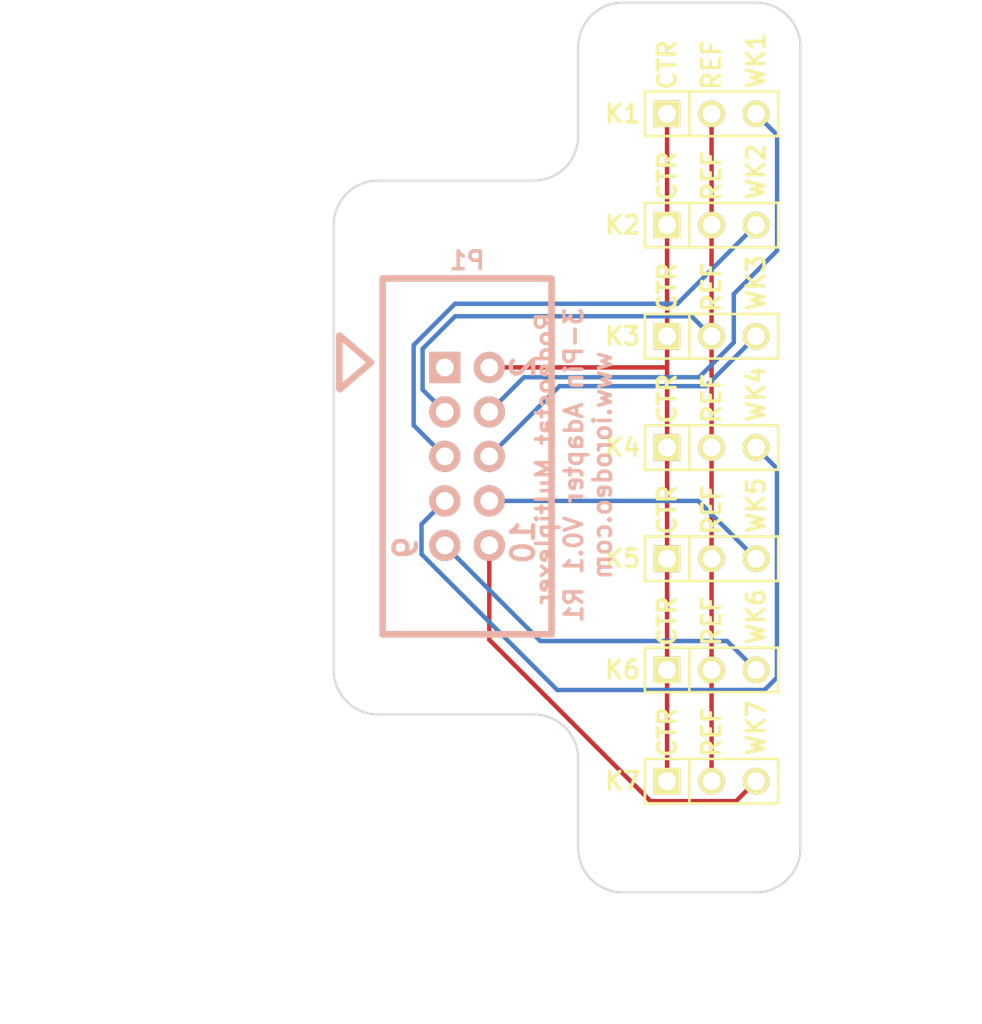
<source format=kicad_pcb>
(kicad_pcb (version 3) (host pcbnew "(2013-jul-07)-stable")

  (general
    (links 21)
    (no_connects 0)
    (area 32.334288 50.736499 90.855713 101.663501)
    (thickness 1.6)
    (drawings 42)
    (tracks 50)
    (zones 0)
    (modules 8)
    (nets 10)
  )

  (page A3)
  (layers
    (15 F.Cu signal)
    (0 B.Cu signal)
    (16 B.Adhes user)
    (17 F.Adhes user)
    (18 B.Paste user)
    (19 F.Paste user)
    (20 B.SilkS user)
    (21 F.SilkS user)
    (22 B.Mask user)
    (23 F.Mask user)
    (24 Dwgs.User user)
    (25 Cmts.User user)
    (26 Eco1.User user)
    (27 Eco2.User user)
    (28 Edge.Cuts user)
  )

  (setup
    (last_trace_width 0.254)
    (trace_clearance 0.254)
    (zone_clearance 0.508)
    (zone_45_only no)
    (trace_min 0.254)
    (segment_width 0.2)
    (edge_width 0.127)
    (via_size 0.889)
    (via_drill 0.635)
    (via_min_size 0.889)
    (via_min_drill 0.508)
    (uvia_size 0.508)
    (uvia_drill 0.127)
    (uvias_allowed no)
    (uvia_min_size 0.508)
    (uvia_min_drill 0.127)
    (pcb_text_width 0.2032)
    (pcb_text_size 1.016 1.016)
    (mod_edge_width 0.15)
    (mod_text_size 1 1)
    (mod_text_width 0.15)
    (pad_size 1.5 1.5)
    (pad_drill 0.6)
    (pad_to_mask_clearance 0)
    (aux_axis_origin 0 0)
    (visible_elements FFFFFFBF)
    (pcbplotparams
      (layerselection 284196865)
      (usegerberextensions true)
      (excludeedgelayer true)
      (linewidth 0.150000)
      (plotframeref false)
      (viasonmask false)
      (mode 1)
      (useauxorigin false)
      (hpglpennumber 1)
      (hpglpenspeed 20)
      (hpglpendiameter 15)
      (hpglpenoverlay 2)
      (psnegative false)
      (psa4output false)
      (plotreference true)
      (plotvalue true)
      (plotothertext true)
      (plotinvisibletext false)
      (padsonsilk false)
      (subtractmaskfromsilk false)
      (outputformat 1)
      (mirror false)
      (drillshape 0)
      (scaleselection 1)
      (outputdirectory gerber_v0p1/))
  )

  (net 0 "")
  (net 1 /CTR_SW)
  (net 2 /REF_SW)
  (net 3 /WRK_1)
  (net 4 /WRK_2)
  (net 5 /WRK_3)
  (net 6 /WRK_4)
  (net 7 /WRK_5)
  (net 8 /WRK_6)
  (net 9 /WRK_7)

  (net_class Default "This is the default net class."
    (clearance 0.254)
    (trace_width 0.254)
    (via_dia 0.889)
    (via_drill 0.635)
    (uvia_dia 0.508)
    (uvia_drill 0.127)
    (add_net "")
    (add_net /CTR_SW)
    (add_net /REF_SW)
    (add_net /WRK_1)
    (add_net /WRK_2)
    (add_net /WRK_3)
    (add_net /WRK_4)
    (add_net /WRK_5)
    (add_net /WRK_6)
    (add_net /WRK_7)
  )

  (module 5X2_SHRD_HEADER_FEMALE (layer B.Cu) (tedit 5C3EADAB) (tstamp 5C3EABFB)
    (at 58.42 76.2 90)
    (path /5C3EA35D)
    (fp_text reference P1 (at 10.668 0 180) (layer B.SilkS)
      (effects (font (size 1.016 1.016) (thickness 0.2032)) (justify mirror))
    )
    (fp_text value CONN_5X2 (at -5.842 -6.604 90) (layer B.SilkS) hide
      (effects (font (size 1.524 1.524) (thickness 0.3048)) (justify mirror))
    )
    (fp_line (start 9.652 4.826) (end -10.668 4.826) (layer B.SilkS) (width 0.381))
    (fp_line (start -10.668 4.826) (end -10.668 -4.826) (layer B.SilkS) (width 0.381))
    (fp_line (start -10.668 -4.826) (end 9.652 -4.826) (layer B.SilkS) (width 0.381))
    (fp_line (start 9.652 -4.826) (end 9.652 4.826) (layer B.SilkS) (width 0.381))
    (fp_line (start 6.39318 -7.29996) (end 3.3909 -7.29996) (layer B.SilkS) (width 0.381))
    (fp_text user 10 (at -5.40766 3.2004 90) (layer B.SilkS)
      (effects (font (size 1.27 1.27) (thickness 0.254)) (justify mirror))
    )
    (fp_text user 9 (at -5.70738 -3.50012 90) (layer B.SilkS)
      (effects (font (size 1.27 1.27) (thickness 0.254)) (justify mirror))
    )
    (fp_text user 2 (at 4.59232 3.2004 90) (layer B.SilkS)
      (effects (font (size 1.27 1.27) (thickness 0.254)) (justify mirror))
    )
    (fp_line (start 4.85648 -5.48894) (end 6.38048 -7.26694) (layer B.SilkS) (width 0.381))
    (fp_line (start 3.33248 -7.2644) (end 4.85648 -5.4864) (layer B.SilkS) (width 0.381))
    (pad 1 thru_hole rect (at 4.572 -1.27 270) (size 1.778 1.778) (drill 1.016)
      (layers *.Cu *.Mask B.SilkS)
    )
    (pad 2 thru_hole circle (at 4.572 1.27 270) (size 1.778 1.778) (drill 1.016)
      (layers *.Cu *.Mask B.SilkS)
      (net 1 /CTR_SW)
    )
    (pad 3 thru_hole circle (at 2.032 -1.27 270) (size 1.778 1.778) (drill 1.016)
      (layers *.Cu *.Mask B.SilkS)
      (net 2 /REF_SW)
    )
    (pad 4 thru_hole circle (at 2.032 1.27 270) (size 1.778 1.778) (drill 1.016)
      (layers *.Cu *.Mask B.SilkS)
      (net 3 /WRK_1)
    )
    (pad 5 thru_hole circle (at -0.508 -1.27 270) (size 1.778 1.778) (drill 1.016)
      (layers *.Cu *.Mask B.SilkS)
      (net 4 /WRK_2)
    )
    (pad 6 thru_hole circle (at -0.508 1.27 270) (size 1.778 1.778) (drill 1.016)
      (layers *.Cu *.Mask B.SilkS)
      (net 5 /WRK_3)
    )
    (pad 7 thru_hole circle (at -3.048 -1.27 270) (size 1.778 1.778) (drill 1.016)
      (layers *.Cu *.Mask B.SilkS)
      (net 6 /WRK_4)
    )
    (pad 8 thru_hole circle (at -3.048 1.27 270) (size 1.778 1.778) (drill 1.016)
      (layers *.Cu *.Mask B.SilkS)
      (net 7 /WRK_5)
    )
    (pad 9 thru_hole circle (at -5.588 -1.27 270) (size 1.778 1.778) (drill 1.016)
      (layers *.Cu *.Mask B.SilkS)
      (net 8 /WRK_6)
    )
    (pad 10 thru_hole circle (at -5.588 1.27 270) (size 1.778 1.778) (drill 1.016)
      (layers *.Cu *.Mask B.SilkS)
      (net 9 /WRK_7)
    )
  )

  (module PIN_ARRAY_3X1 (layer F.Cu) (tedit 5C412BC4) (tstamp 5C412A8D)
    (at 72.39 57.15)
    (descr "Connecteur 3 pins")
    (tags "CONN DEV")
    (path /5C4127DC)
    (fp_text reference K1 (at -5.08 0) (layer F.SilkS)
      (effects (font (size 1.016 1.016) (thickness 0.2032)))
    )
    (fp_text value CONN_3 (at 0 -2.159) (layer F.SilkS) hide
      (effects (font (size 1.016 1.016) (thickness 0.1524)))
    )
    (fp_line (start -3.81 1.27) (end -3.81 -1.27) (layer F.SilkS) (width 0.1524))
    (fp_line (start -3.81 -1.27) (end 3.81 -1.27) (layer F.SilkS) (width 0.1524))
    (fp_line (start 3.81 -1.27) (end 3.81 1.27) (layer F.SilkS) (width 0.1524))
    (fp_line (start 3.81 1.27) (end -3.81 1.27) (layer F.SilkS) (width 0.1524))
    (fp_line (start -1.27 -1.27) (end -1.27 1.27) (layer F.SilkS) (width 0.1524))
    (pad 1 thru_hole rect (at -2.54 0) (size 1.524 1.524) (drill 1.016)
      (layers *.Cu *.Mask F.SilkS)
      (net 1 /CTR_SW)
    )
    (pad 2 thru_hole circle (at 0 0) (size 1.524 1.524) (drill 1.016)
      (layers *.Cu *.Mask F.SilkS)
      (net 2 /REF_SW)
    )
    (pad 3 thru_hole circle (at 2.54 0) (size 1.524 1.524) (drill 1.016)
      (layers *.Cu *.Mask F.SilkS)
      (net 3 /WRK_1)
    )
    (model pin_array/pins_array_3x1.wrl
      (at (xyz 0 0 0))
      (scale (xyz 1 1 1))
      (rotate (xyz 0 0 0))
    )
  )

  (module PIN_ARRAY_3X1 (layer F.Cu) (tedit 5C412BCF) (tstamp 5C412A99)
    (at 72.39 63.5)
    (descr "Connecteur 3 pins")
    (tags "CONN DEV")
    (path /5C4128F5)
    (fp_text reference K2 (at -5.08 0) (layer F.SilkS)
      (effects (font (size 1.016 1.016) (thickness 0.2032)))
    )
    (fp_text value CONN_3 (at 0 -2.159) (layer F.SilkS) hide
      (effects (font (size 1.016 1.016) (thickness 0.1524)))
    )
    (fp_line (start -3.81 1.27) (end -3.81 -1.27) (layer F.SilkS) (width 0.1524))
    (fp_line (start -3.81 -1.27) (end 3.81 -1.27) (layer F.SilkS) (width 0.1524))
    (fp_line (start 3.81 -1.27) (end 3.81 1.27) (layer F.SilkS) (width 0.1524))
    (fp_line (start 3.81 1.27) (end -3.81 1.27) (layer F.SilkS) (width 0.1524))
    (fp_line (start -1.27 -1.27) (end -1.27 1.27) (layer F.SilkS) (width 0.1524))
    (pad 1 thru_hole rect (at -2.54 0) (size 1.524 1.524) (drill 1.016)
      (layers *.Cu *.Mask F.SilkS)
      (net 1 /CTR_SW)
    )
    (pad 2 thru_hole circle (at 0 0) (size 1.524 1.524) (drill 1.016)
      (layers *.Cu *.Mask F.SilkS)
      (net 2 /REF_SW)
    )
    (pad 3 thru_hole circle (at 2.54 0) (size 1.524 1.524) (drill 1.016)
      (layers *.Cu *.Mask F.SilkS)
      (net 4 /WRK_2)
    )
    (model pin_array/pins_array_3x1.wrl
      (at (xyz 0 0 0))
      (scale (xyz 1 1 1))
      (rotate (xyz 0 0 0))
    )
  )

  (module PIN_ARRAY_3X1 (layer F.Cu) (tedit 5C412BDF) (tstamp 5C412AA5)
    (at 72.39 69.85)
    (descr "Connecteur 3 pins")
    (tags "CONN DEV")
    (path /5C412901)
    (fp_text reference K3 (at -5.08 0) (layer F.SilkS)
      (effects (font (size 1.016 1.016) (thickness 0.2032)))
    )
    (fp_text value CONN_3 (at 0 -2.159) (layer F.SilkS) hide
      (effects (font (size 1.016 1.016) (thickness 0.1524)))
    )
    (fp_line (start -3.81 1.27) (end -3.81 -1.27) (layer F.SilkS) (width 0.1524))
    (fp_line (start -3.81 -1.27) (end 3.81 -1.27) (layer F.SilkS) (width 0.1524))
    (fp_line (start 3.81 -1.27) (end 3.81 1.27) (layer F.SilkS) (width 0.1524))
    (fp_line (start 3.81 1.27) (end -3.81 1.27) (layer F.SilkS) (width 0.1524))
    (fp_line (start -1.27 -1.27) (end -1.27 1.27) (layer F.SilkS) (width 0.1524))
    (pad 1 thru_hole rect (at -2.54 0) (size 1.524 1.524) (drill 1.016)
      (layers *.Cu *.Mask F.SilkS)
      (net 1 /CTR_SW)
    )
    (pad 2 thru_hole circle (at 0 0) (size 1.524 1.524) (drill 1.016)
      (layers *.Cu *.Mask F.SilkS)
      (net 2 /REF_SW)
    )
    (pad 3 thru_hole circle (at 2.54 0) (size 1.524 1.524) (drill 1.016)
      (layers *.Cu *.Mask F.SilkS)
      (net 5 /WRK_3)
    )
    (model pin_array/pins_array_3x1.wrl
      (at (xyz 0 0 0))
      (scale (xyz 1 1 1))
      (rotate (xyz 0 0 0))
    )
  )

  (module PIN_ARRAY_3X1 (layer F.Cu) (tedit 5C412C0D) (tstamp 5C412AB1)
    (at 72.39 76.2)
    (descr "Connecteur 3 pins")
    (tags "CONN DEV")
    (path /5C41290D)
    (fp_text reference K4 (at -5.08 0) (layer F.SilkS)
      (effects (font (size 1.016 1.016) (thickness 0.2032)))
    )
    (fp_text value CONN_3 (at 0 -2.159) (layer F.SilkS) hide
      (effects (font (size 1.016 1.016) (thickness 0.1524)))
    )
    (fp_line (start -3.81 1.27) (end -3.81 -1.27) (layer F.SilkS) (width 0.1524))
    (fp_line (start -3.81 -1.27) (end 3.81 -1.27) (layer F.SilkS) (width 0.1524))
    (fp_line (start 3.81 -1.27) (end 3.81 1.27) (layer F.SilkS) (width 0.1524))
    (fp_line (start 3.81 1.27) (end -3.81 1.27) (layer F.SilkS) (width 0.1524))
    (fp_line (start -1.27 -1.27) (end -1.27 1.27) (layer F.SilkS) (width 0.1524))
    (pad 1 thru_hole rect (at -2.54 0) (size 1.524 1.524) (drill 1.016)
      (layers *.Cu *.Mask F.SilkS)
      (net 1 /CTR_SW)
    )
    (pad 2 thru_hole circle (at 0 0) (size 1.524 1.524) (drill 1.016)
      (layers *.Cu *.Mask F.SilkS)
      (net 2 /REF_SW)
    )
    (pad 3 thru_hole circle (at 2.54 0) (size 1.524 1.524) (drill 1.016)
      (layers *.Cu *.Mask F.SilkS)
      (net 6 /WRK_4)
    )
    (model pin_array/pins_array_3x1.wrl
      (at (xyz 0 0 0))
      (scale (xyz 1 1 1))
      (rotate (xyz 0 0 0))
    )
  )

  (module PIN_ARRAY_3X1 (layer F.Cu) (tedit 5C412C17) (tstamp 5C412ABD)
    (at 72.39 82.55)
    (descr "Connecteur 3 pins")
    (tags "CONN DEV")
    (path /5C412919)
    (fp_text reference K5 (at -5.08 0) (layer F.SilkS)
      (effects (font (size 1.016 1.016) (thickness 0.2032)))
    )
    (fp_text value CONN_3 (at 0 -2.159) (layer F.SilkS) hide
      (effects (font (size 1.016 1.016) (thickness 0.1524)))
    )
    (fp_line (start -3.81 1.27) (end -3.81 -1.27) (layer F.SilkS) (width 0.1524))
    (fp_line (start -3.81 -1.27) (end 3.81 -1.27) (layer F.SilkS) (width 0.1524))
    (fp_line (start 3.81 -1.27) (end 3.81 1.27) (layer F.SilkS) (width 0.1524))
    (fp_line (start 3.81 1.27) (end -3.81 1.27) (layer F.SilkS) (width 0.1524))
    (fp_line (start -1.27 -1.27) (end -1.27 1.27) (layer F.SilkS) (width 0.1524))
    (pad 1 thru_hole rect (at -2.54 0) (size 1.524 1.524) (drill 1.016)
      (layers *.Cu *.Mask F.SilkS)
      (net 1 /CTR_SW)
    )
    (pad 2 thru_hole circle (at 0 0) (size 1.524 1.524) (drill 1.016)
      (layers *.Cu *.Mask F.SilkS)
      (net 2 /REF_SW)
    )
    (pad 3 thru_hole circle (at 2.54 0) (size 1.524 1.524) (drill 1.016)
      (layers *.Cu *.Mask F.SilkS)
      (net 7 /WRK_5)
    )
    (model pin_array/pins_array_3x1.wrl
      (at (xyz 0 0 0))
      (scale (xyz 1 1 1))
      (rotate (xyz 0 0 0))
    )
  )

  (module PIN_ARRAY_3X1 (layer F.Cu) (tedit 5C412C22) (tstamp 5C412AC9)
    (at 72.39 88.9)
    (descr "Connecteur 3 pins")
    (tags "CONN DEV")
    (path /5C412925)
    (fp_text reference K6 (at -5.08 0) (layer F.SilkS)
      (effects (font (size 1.016 1.016) (thickness 0.2032)))
    )
    (fp_text value CONN_3 (at 0 -2.159) (layer F.SilkS) hide
      (effects (font (size 1.016 1.016) (thickness 0.1524)))
    )
    (fp_line (start -3.81 1.27) (end -3.81 -1.27) (layer F.SilkS) (width 0.1524))
    (fp_line (start -3.81 -1.27) (end 3.81 -1.27) (layer F.SilkS) (width 0.1524))
    (fp_line (start 3.81 -1.27) (end 3.81 1.27) (layer F.SilkS) (width 0.1524))
    (fp_line (start 3.81 1.27) (end -3.81 1.27) (layer F.SilkS) (width 0.1524))
    (fp_line (start -1.27 -1.27) (end -1.27 1.27) (layer F.SilkS) (width 0.1524))
    (pad 1 thru_hole rect (at -2.54 0) (size 1.524 1.524) (drill 1.016)
      (layers *.Cu *.Mask F.SilkS)
      (net 1 /CTR_SW)
    )
    (pad 2 thru_hole circle (at 0 0) (size 1.524 1.524) (drill 1.016)
      (layers *.Cu *.Mask F.SilkS)
      (net 2 /REF_SW)
    )
    (pad 3 thru_hole circle (at 2.54 0) (size 1.524 1.524) (drill 1.016)
      (layers *.Cu *.Mask F.SilkS)
      (net 8 /WRK_6)
    )
    (model pin_array/pins_array_3x1.wrl
      (at (xyz 0 0 0))
      (scale (xyz 1 1 1))
      (rotate (xyz 0 0 0))
    )
  )

  (module PIN_ARRAY_3X1 (layer F.Cu) (tedit 5C412C2C) (tstamp 5C412AD5)
    (at 72.39 95.25)
    (descr "Connecteur 3 pins")
    (tags "CONN DEV")
    (path /5C412931)
    (fp_text reference K7 (at -5.08 0) (layer F.SilkS)
      (effects (font (size 1.016 1.016) (thickness 0.2032)))
    )
    (fp_text value CONN_3 (at 0 -2.159) (layer F.SilkS) hide
      (effects (font (size 1.016 1.016) (thickness 0.1524)))
    )
    (fp_line (start -3.81 1.27) (end -3.81 -1.27) (layer F.SilkS) (width 0.1524))
    (fp_line (start -3.81 -1.27) (end 3.81 -1.27) (layer F.SilkS) (width 0.1524))
    (fp_line (start 3.81 -1.27) (end 3.81 1.27) (layer F.SilkS) (width 0.1524))
    (fp_line (start 3.81 1.27) (end -3.81 1.27) (layer F.SilkS) (width 0.1524))
    (fp_line (start -1.27 -1.27) (end -1.27 1.27) (layer F.SilkS) (width 0.1524))
    (pad 1 thru_hole rect (at -2.54 0) (size 1.524 1.524) (drill 1.016)
      (layers *.Cu *.Mask F.SilkS)
      (net 1 /CTR_SW)
    )
    (pad 2 thru_hole circle (at 0 0) (size 1.524 1.524) (drill 1.016)
      (layers *.Cu *.Mask F.SilkS)
      (net 2 /REF_SW)
    )
    (pad 3 thru_hole circle (at 2.54 0) (size 1.524 1.524) (drill 1.016)
      (layers *.Cu *.Mask F.SilkS)
      (net 9 /WRK_7)
    )
    (model pin_array/pins_array_3x1.wrl
      (at (xyz 0 0 0))
      (scale (xyz 1 1 1))
      (rotate (xyz 0 0 0))
    )
  )

  (dimension 26.67 (width 0.2032) (layer Dwgs.User)
    (gr_text "1.0500 in" (at 64.135 109.372399) (layer Dwgs.User)
      (effects (font (size 1.016 1.016) (thickness 0.2032)))
    )
    (feature1 (pts (xy 77.47 88.9) (xy 77.47 110.286799)))
    (feature2 (pts (xy 50.8 88.9) (xy 50.8 110.286799)))
    (crossbar (pts (xy 50.8 108.457999) (xy 77.47 108.457999)))
    (arrow1a (pts (xy 77.47 108.457999) (xy 76.343497 109.044419)))
    (arrow1b (pts (xy 77.47 108.457999) (xy 76.343497 107.871579)))
    (arrow2a (pts (xy 50.8 108.457999) (xy 51.926503 109.044419)))
    (arrow2b (pts (xy 50.8 108.457999) (xy 51.926503 107.871579)))
  )
  (gr_text WK7 (at 74.93 92.202 90) (layer F.SilkS)
    (effects (font (size 1.016 1.016) (thickness 0.2032)))
  )
  (gr_text REF (at 72.39 86.106 90) (layer F.SilkS)
    (effects (font (size 1.016 1.016) (thickness 0.2032)))
  )
  (gr_text WK6 (at 74.93 85.852 90) (layer F.SilkS)
    (effects (font (size 1.016 1.016) (thickness 0.2032)))
  )
  (gr_text WK5 (at 74.93 79.502 90) (layer F.SilkS)
    (effects (font (size 1.016 1.016) (thickness 0.2032)))
  )
  (gr_text WK4 (at 74.93 73.152 90) (layer F.SilkS)
    (effects (font (size 1.016 1.016) (thickness 0.2032)))
  )
  (gr_text WK3 (at 74.93 66.802 90) (layer F.SilkS)
    (effects (font (size 1.016 1.016) (thickness 0.2032)))
  )
  (gr_text REF (at 72.39 92.456 90) (layer F.SilkS)
    (effects (font (size 1.016 1.016) (thickness 0.2032)))
  )
  (gr_text REF (at 72.39 79.756 90) (layer F.SilkS)
    (effects (font (size 1.016 1.016) (thickness 0.2032)))
  )
  (gr_text REF (at 72.39 73.406 90) (layer F.SilkS)
    (effects (font (size 1.016 1.016) (thickness 0.2032)))
  )
  (gr_text REF (at 72.39 67.056 90) (layer F.SilkS)
    (effects (font (size 1.016 1.016) (thickness 0.2032)))
  )
  (gr_text CTR (at 69.85 92.456 90) (layer F.SilkS)
    (effects (font (size 1.016 1.016) (thickness 0.2032)))
  )
  (gr_text CTR (at 69.85 86.106 90) (layer F.SilkS)
    (effects (font (size 1.016 1.016) (thickness 0.2032)))
  )
  (gr_text CTR (at 69.85 79.756 90) (layer F.SilkS)
    (effects (font (size 1.016 1.016) (thickness 0.2032)))
  )
  (gr_text CTR (at 69.85 73.406 90) (layer F.SilkS)
    (effects (font (size 1.016 1.016) (thickness 0.2032)))
  )
  (gr_text CTR (at 69.85 67.056 90) (layer F.SilkS)
    (effects (font (size 1.016 1.016) (thickness 0.2032)))
  )
  (gr_text WK2 (at 74.93 60.452 90) (layer F.SilkS)
    (effects (font (size 1.016 1.016) (thickness 0.2032)))
  )
  (gr_text REF (at 72.39 60.706 90) (layer F.SilkS)
    (effects (font (size 1.016 1.016) (thickness 0.2032)))
  )
  (gr_text CTR (at 69.85 60.706 90) (layer F.SilkS)
    (effects (font (size 1.016 1.016) (thickness 0.2032)))
  )
  (gr_text WK1 (at 74.93 54.102 90) (layer F.SilkS)
    (effects (font (size 1.016 1.016) (thickness 0.2032)))
  )
  (gr_text REF (at 72.39 54.356 90) (layer F.SilkS)
    (effects (font (size 1.016 1.016) (thickness 0.2032)))
  )
  (gr_text CTR (at 69.85 54.356 90) (layer F.SilkS)
    (effects (font (size 1.016 1.016) (thickness 0.2032)))
  )
  (gr_text "Rodeostat Multiplexer \n3-Pin Adapter V0.1 R1\nwww.iorodeo.com" (at 64.516 77.216 90) (layer B.SilkS)
    (effects (font (size 1.016 1.016) (thickness 0.2032)) (justify mirror))
  )
  (dimension 6.35 (width 0.3) (layer Dwgs.User)
    (gr_text "0.2500 in" (at 53.975 100.155999) (layer Dwgs.User)
      (effects (font (size 1.5 1.5) (thickness 0.3)))
    )
    (feature1 (pts (xy 50.8 71.628) (xy 50.8 101.505999)))
    (feature2 (pts (xy 57.15 71.628) (xy 57.15 101.505999)))
    (crossbar (pts (xy 57.15 98.805999) (xy 50.8 98.805999)))
    (arrow1a (pts (xy 50.8 98.805999) (xy 51.926503 98.219579)))
    (arrow1b (pts (xy 50.8 98.805999) (xy 51.926503 99.392419)))
    (arrow2a (pts (xy 57.15 98.805999) (xy 56.023497 98.219579)))
    (arrow2b (pts (xy 57.15 98.805999) (xy 56.023497 99.392419)))
  )
  (gr_line (start 64.77 93.98) (end 64.77 99.06) (angle 90) (layer Edge.Cuts) (width 0.127))
  (gr_line (start 64.77 53.34) (end 64.77 58.42) (angle 90) (layer Edge.Cuts) (width 0.127))
  (gr_line (start 53.34 60.96) (end 62.23 60.96) (angle 90) (layer Edge.Cuts) (width 0.127))
  (gr_line (start 53.34 91.44) (end 62.23 91.44) (angle 90) (layer Edge.Cuts) (width 0.127))
  (gr_line (start 50.8 63.5) (end 50.8 88.9) (angle 90) (layer Edge.Cuts) (width 0.127))
  (gr_arc (start 62.23 93.98) (end 62.23 91.44) (angle 90) (layer Edge.Cuts) (width 0.127))
  (gr_arc (start 53.34 88.9) (end 53.34 91.44) (angle 90) (layer Edge.Cuts) (width 0.127))
  (gr_arc (start 62.23 58.42) (end 64.77 58.42) (angle 90) (layer Edge.Cuts) (width 0.127))
  (gr_arc (start 53.34 63.5) (end 50.8 63.5) (angle 90) (layer Edge.Cuts) (width 0.127))
  (dimension 30.48 (width 0.3) (layer Dwgs.User)
    (gr_text "1.2000 in" (at 38.020001 76.199999 270) (layer Dwgs.User)
      (effects (font (size 1.5 1.5) (thickness 0.3)))
    )
    (feature1 (pts (xy 53.34 91.44) (xy 36.670001 91.439999)))
    (feature2 (pts (xy 53.34 60.96) (xy 36.670001 60.959999)))
    (crossbar (pts (xy 39.370001 60.959999) (xy 39.370001 91.439999)))
    (arrow1a (pts (xy 39.370001 91.439999) (xy 38.783581 90.313496)))
    (arrow1b (pts (xy 39.370001 91.439999) (xy 39.956421 90.313496)))
    (arrow2a (pts (xy 39.370001 60.959999) (xy 38.783581 62.086502)))
    (arrow2b (pts (xy 39.370001 60.959999) (xy 39.956421 62.086502)))
  )
  (gr_line (start 67.31 101.6) (end 74.93 101.6) (angle 90) (layer Edge.Cuts) (width 0.127))
  (gr_line (start 74.93 50.8) (end 67.31 50.8) (angle 90) (layer Edge.Cuts) (width 0.127))
  (gr_arc (start 67.31 99.06) (end 67.31 101.6) (angle 90) (layer Edge.Cuts) (width 0.127))
  (gr_arc (start 67.31 53.34) (end 64.77 53.34) (angle 90) (layer Edge.Cuts) (width 0.127))
  (gr_line (start 77.47 53.34) (end 77.47 99.06) (angle 90) (layer Edge.Cuts) (width 0.127))
  (dimension 50.8 (width 0.3) (layer Dwgs.User)
    (gr_text "2.0000 in" (at 85.169998 76.2 270) (layer Dwgs.User)
      (effects (font (size 1.5 1.5) (thickness 0.3)))
    )
    (feature1 (pts (xy 77.47 101.6) (xy 86.519998 101.6)))
    (feature2 (pts (xy 77.47 50.8) (xy 86.519998 50.8)))
    (crossbar (pts (xy 83.819998 50.8) (xy 83.819998 101.6)))
    (arrow1a (pts (xy 83.819998 101.6) (xy 83.233578 100.473497)))
    (arrow1b (pts (xy 83.819998 101.6) (xy 84.406418 100.473497)))
    (arrow2a (pts (xy 83.819998 50.8) (xy 83.233578 51.926503)))
    (arrow2b (pts (xy 83.819998 50.8) (xy 84.406418 51.926503)))
  )
  (gr_arc (start 74.93 99.06) (end 77.47 99.06) (angle 90) (layer Edge.Cuts) (width 0.127))
  (gr_arc (start 74.93 53.34) (end 74.93 50.8) (angle 90) (layer Edge.Cuts) (width 0.127))

  (segment (start 69.85 95.25) (end 69.85 88.9) (width 0.254) (layer F.Cu) (net 1))
  (segment (start 69.85 88.9) (end 69.85 82.55) (width 0.254) (layer F.Cu) (net 1))
  (segment (start 69.85 82.55) (end 69.85 76.2) (width 0.254) (layer F.Cu) (net 1))
  (segment (start 69.85 63.5) (end 69.85 57.15) (width 0.254) (layer F.Cu) (net 1))
  (segment (start 69.85 69.85) (end 69.85 63.5) (width 0.254) (layer F.Cu) (net 1))
  (segment (start 69.85 71.628) (end 59.69 71.628) (width 0.254) (layer F.Cu) (net 1))
  (segment (start 69.85 76.2) (end 69.85 71.628) (width 0.254) (layer F.Cu) (net 1))
  (segment (start 69.85 71.628) (end 69.85 69.85) (width 0.254) (layer F.Cu) (net 1))
  (segment (start 72.39 95.25) (end 72.39 88.9) (width 0.254) (layer F.Cu) (net 2))
  (segment (start 72.39 88.9) (end 72.39 82.55) (width 0.254) (layer F.Cu) (net 2))
  (segment (start 72.39 82.55) (end 72.39 76.2) (width 0.254) (layer F.Cu) (net 2))
  (segment (start 72.39 76.2) (end 72.39 69.85) (width 0.254) (layer F.Cu) (net 2))
  (segment (start 72.39 69.85) (end 72.39 63.5) (width 0.254) (layer F.Cu) (net 2))
  (segment (start 72.39 63.5) (end 72.39 57.15) (width 0.254) (layer F.Cu) (net 2))
  (segment (start 55.8796 72.8976) (end 57.15 74.168) (width 0.254) (layer B.Cu) (net 2))
  (segment (start 55.8796 70.567) (end 55.8796 72.8976) (width 0.254) (layer B.Cu) (net 2))
  (segment (start 57.7399 68.7067) (end 55.8796 70.567) (width 0.254) (layer B.Cu) (net 2))
  (segment (start 71.2467 68.7067) (end 57.7399 68.7067) (width 0.254) (layer B.Cu) (net 2))
  (segment (start 72.39 69.85) (end 71.2467 68.7067) (width 0.254) (layer B.Cu) (net 2))
  (segment (start 61.669 72.189) (end 59.69 74.168) (width 0.254) (layer B.Cu) (net 3))
  (segment (start 71.6789 72.189) (end 61.669 72.189) (width 0.254) (layer B.Cu) (net 3))
  (segment (start 73.66 70.2079) (end 71.6789 72.189) (width 0.254) (layer B.Cu) (net 3))
  (segment (start 73.66 67.4354) (end 73.66 70.2079) (width 0.254) (layer B.Cu) (net 3))
  (segment (start 76.1344 64.961) (end 73.66 67.4354) (width 0.254) (layer B.Cu) (net 3))
  (segment (start 76.1344 58.3544) (end 76.1344 64.961) (width 0.254) (layer B.Cu) (net 3))
  (segment (start 74.93 57.15) (end 76.1344 58.3544) (width 0.254) (layer B.Cu) (net 3))
  (segment (start 55.3699 74.9279) (end 57.15 76.708) (width 0.254) (layer B.Cu) (net 4))
  (segment (start 55.3699 70.3536) (end 55.3699 74.9279) (width 0.254) (layer B.Cu) (net 4))
  (segment (start 57.7301 67.9934) (end 55.3699 70.3536) (width 0.254) (layer B.Cu) (net 4))
  (segment (start 70.4366 67.9934) (end 57.7301 67.9934) (width 0.254) (layer B.Cu) (net 4))
  (segment (start 74.93 63.5) (end 70.4366 67.9934) (width 0.254) (layer B.Cu) (net 4))
  (segment (start 63.7006 72.6974) (end 59.69 76.708) (width 0.254) (layer B.Cu) (net 5))
  (segment (start 72.0826 72.6974) (end 63.7006 72.6974) (width 0.254) (layer B.Cu) (net 5))
  (segment (start 74.93 69.85) (end 72.0826 72.6974) (width 0.254) (layer B.Cu) (net 5))
  (segment (start 55.818 80.58) (end 57.15 79.248) (width 0.254) (layer B.Cu) (net 6))
  (segment (start 55.818 82.2901) (end 55.818 80.58) (width 0.254) (layer B.Cu) (net 6))
  (segment (start 63.5713 90.0434) (end 55.818 82.2901) (width 0.254) (layer B.Cu) (net 6))
  (segment (start 75.4193 90.0434) (end 63.5713 90.0434) (width 0.254) (layer B.Cu) (net 6))
  (segment (start 76.1269 89.3358) (end 75.4193 90.0434) (width 0.254) (layer B.Cu) (net 6))
  (segment (start 76.1269 77.3969) (end 76.1269 89.3358) (width 0.254) (layer B.Cu) (net 6))
  (segment (start 74.93 76.2) (end 76.1269 77.3969) (width 0.254) (layer B.Cu) (net 6))
  (segment (start 71.628 79.248) (end 59.69 79.248) (width 0.254) (layer B.Cu) (net 7))
  (segment (start 74.93 82.55) (end 71.628 79.248) (width 0.254) (layer B.Cu) (net 7))
  (segment (start 62.6103 87.2483) (end 57.15 81.788) (width 0.254) (layer B.Cu) (net 8))
  (segment (start 73.2783 87.2483) (end 62.6103 87.2483) (width 0.254) (layer B.Cu) (net 8))
  (segment (start 74.93 88.9) (end 73.2783 87.2483) (width 0.254) (layer B.Cu) (net 8))
  (segment (start 59.69 87.1776) (end 59.69 81.788) (width 0.254) (layer F.Cu) (net 9))
  (segment (start 68.9058 96.3934) (end 59.69 87.1776) (width 0.254) (layer F.Cu) (net 9))
  (segment (start 73.7866 96.3934) (end 68.9058 96.3934) (width 0.254) (layer F.Cu) (net 9))
  (segment (start 74.93 95.25) (end 73.7866 96.3934) (width 0.254) (layer F.Cu) (net 9))

)

</source>
